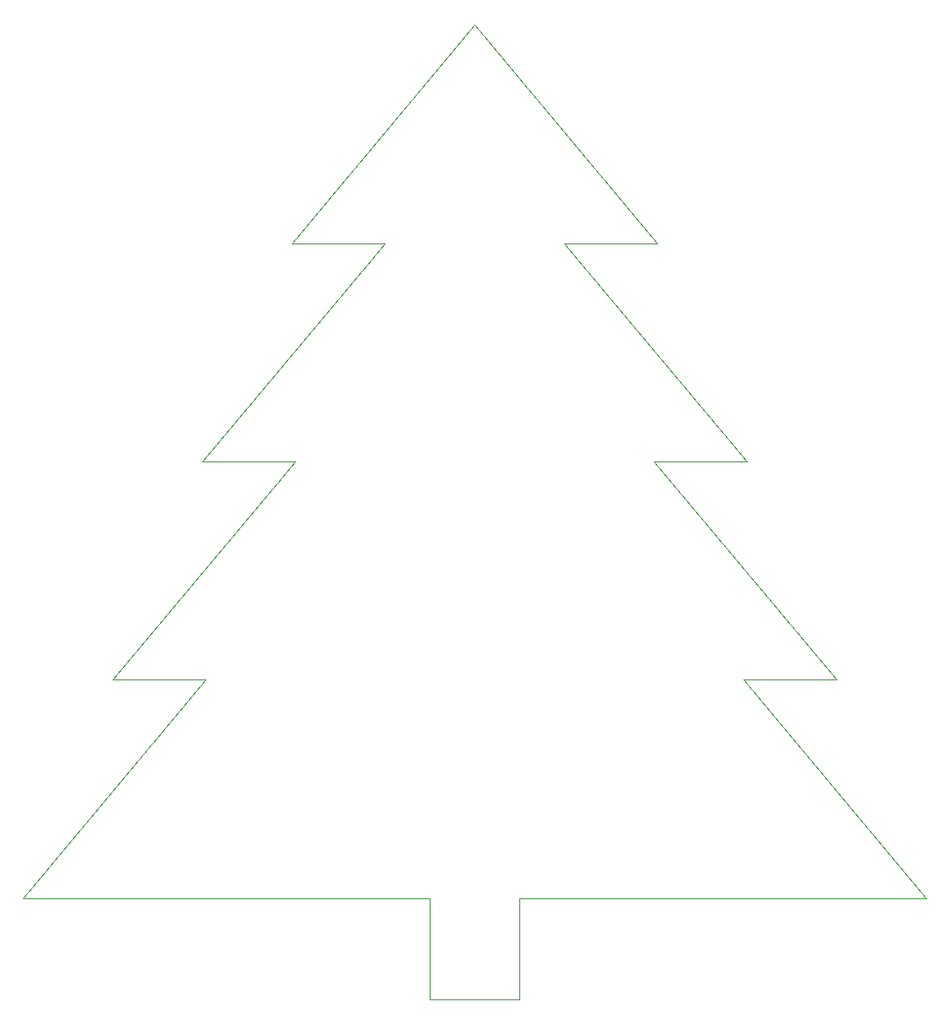
<source format=gm1>
G04 #@! TF.GenerationSoftware,KiCad,Pcbnew,(5.1.10-1-10_14)*
G04 #@! TF.CreationDate,2021-11-27T23:13:30-07:00*
G04 #@! TF.ProjectId,ChristmasTreePCB,43687269-7374-46d6-9173-547265655043,rev?*
G04 #@! TF.SameCoordinates,Original*
G04 #@! TF.FileFunction,Profile,NP*
%FSLAX46Y46*%
G04 Gerber Fmt 4.6, Leading zero omitted, Abs format (unit mm)*
G04 Created by KiCad (PCBNEW (5.1.10-1-10_14)) date 2021-11-27 23:13:30*
%MOMM*%
%LPD*%
G01*
G04 APERTURE LIST*
G04 #@! TA.AperFunction,Profile*
%ADD10C,0.050000*%
G04 #@! TD*
G04 APERTURE END LIST*
D10*
X228041200Y-118440200D02*
X236677200Y-118440200D01*
X236677200Y-108686600D02*
X236677200Y-118440200D01*
X228041200Y-108686600D02*
X228041200Y-118440200D01*
X236677200Y-108686600D02*
X275869600Y-108686600D01*
X188848800Y-108686600D02*
X228041200Y-108686600D01*
X258242000Y-87655400D02*
X275869600Y-108686600D01*
X249614400Y-66624200D02*
X267242000Y-87655400D01*
X258242000Y-87655400D02*
X267242000Y-87655400D01*
X215104000Y-66624200D02*
X197476400Y-87655400D01*
X206476400Y-87655400D02*
X188848800Y-108686600D01*
X197476400Y-87655400D02*
X206476400Y-87655400D01*
X240986800Y-45593000D02*
X258614400Y-66624200D01*
X249614400Y-66624200D02*
X258614400Y-66624200D01*
X223731600Y-45593000D02*
X206104000Y-66624200D01*
X206104000Y-66624200D02*
X215104000Y-66624200D01*
X240986800Y-45593000D02*
X249986800Y-45593000D01*
X232359200Y-24561800D02*
X249986800Y-45593000D01*
X232359200Y-24561800D02*
X214731600Y-45593000D01*
X214731600Y-45593000D02*
X223731600Y-45593000D01*
M02*

</source>
